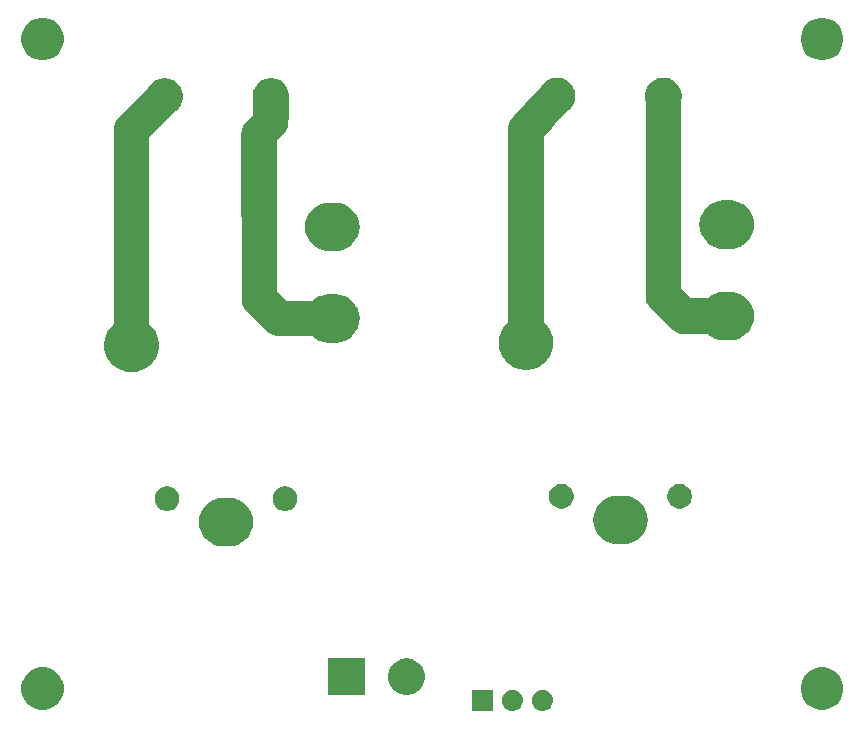
<source format=gbs>
G04 #@! TF.GenerationSoftware,KiCad,Pcbnew,(5.0.1)-3*
G04 #@! TF.CreationDate,2022-08-31T13:01:13+05:45*
G04 #@! TF.ProjectId,Relay-board,52656C61792D626F6172642E6B696361,rev?*
G04 #@! TF.SameCoordinates,Original*
G04 #@! TF.FileFunction,Soldermask,Bot*
G04 #@! TF.FilePolarity,Negative*
%FSLAX46Y46*%
G04 Gerber Fmt 4.6, Leading zero omitted, Abs format (unit mm)*
G04 Created by KiCad (PCBNEW (5.0.1)-3) date 8/31/2022 1:01:13 PM*
%MOMM*%
%LPD*%
G01*
G04 APERTURE LIST*
%ADD10C,0.100000*%
G04 APERTURE END LIST*
D10*
G36*
X154440442Y-98105518D02*
X154506627Y-98112037D01*
X154619853Y-98146384D01*
X154676467Y-98163557D01*
X154815087Y-98237652D01*
X154832991Y-98247222D01*
X154868729Y-98276552D01*
X154970186Y-98359814D01*
X155053448Y-98461271D01*
X155082778Y-98497009D01*
X155082779Y-98497011D01*
X155166443Y-98653533D01*
X155166443Y-98653534D01*
X155217963Y-98823373D01*
X155235359Y-99000000D01*
X155217963Y-99176627D01*
X155183616Y-99289853D01*
X155166443Y-99346467D01*
X155092348Y-99485087D01*
X155082778Y-99502991D01*
X155053448Y-99538729D01*
X154970186Y-99640186D01*
X154868729Y-99723448D01*
X154832991Y-99752778D01*
X154832989Y-99752779D01*
X154676467Y-99836443D01*
X154619853Y-99853616D01*
X154506627Y-99887963D01*
X154440443Y-99894481D01*
X154374260Y-99901000D01*
X154285740Y-99901000D01*
X154219557Y-99894481D01*
X154153373Y-99887963D01*
X154040147Y-99853616D01*
X153983533Y-99836443D01*
X153827011Y-99752779D01*
X153827009Y-99752778D01*
X153791271Y-99723448D01*
X153689814Y-99640186D01*
X153606552Y-99538729D01*
X153577222Y-99502991D01*
X153567652Y-99485087D01*
X153493557Y-99346467D01*
X153476384Y-99289853D01*
X153442037Y-99176627D01*
X153424641Y-99000000D01*
X153442037Y-98823373D01*
X153493557Y-98653534D01*
X153493557Y-98653533D01*
X153577221Y-98497011D01*
X153577222Y-98497009D01*
X153606552Y-98461271D01*
X153689814Y-98359814D01*
X153791271Y-98276552D01*
X153827009Y-98247222D01*
X153844913Y-98237652D01*
X153983533Y-98163557D01*
X154040147Y-98146384D01*
X154153373Y-98112037D01*
X154219558Y-98105518D01*
X154285740Y-98099000D01*
X154374260Y-98099000D01*
X154440442Y-98105518D01*
X154440442Y-98105518D01*
G37*
G36*
X150151000Y-99901000D02*
X148349000Y-99901000D01*
X148349000Y-98099000D01*
X150151000Y-98099000D01*
X150151000Y-99901000D01*
X150151000Y-99901000D01*
G37*
G36*
X151900442Y-98105518D02*
X151966627Y-98112037D01*
X152079853Y-98146384D01*
X152136467Y-98163557D01*
X152275087Y-98237652D01*
X152292991Y-98247222D01*
X152328729Y-98276552D01*
X152430186Y-98359814D01*
X152513448Y-98461271D01*
X152542778Y-98497009D01*
X152542779Y-98497011D01*
X152626443Y-98653533D01*
X152626443Y-98653534D01*
X152677963Y-98823373D01*
X152695359Y-99000000D01*
X152677963Y-99176627D01*
X152643616Y-99289853D01*
X152626443Y-99346467D01*
X152552348Y-99485087D01*
X152542778Y-99502991D01*
X152513448Y-99538729D01*
X152430186Y-99640186D01*
X152328729Y-99723448D01*
X152292991Y-99752778D01*
X152292989Y-99752779D01*
X152136467Y-99836443D01*
X152079853Y-99853616D01*
X151966627Y-99887963D01*
X151900443Y-99894481D01*
X151834260Y-99901000D01*
X151745740Y-99901000D01*
X151679557Y-99894481D01*
X151613373Y-99887963D01*
X151500147Y-99853616D01*
X151443533Y-99836443D01*
X151287011Y-99752779D01*
X151287009Y-99752778D01*
X151251271Y-99723448D01*
X151149814Y-99640186D01*
X151066552Y-99538729D01*
X151037222Y-99502991D01*
X151027652Y-99485087D01*
X150953557Y-99346467D01*
X150936384Y-99289853D01*
X150902037Y-99176627D01*
X150884641Y-99000000D01*
X150902037Y-98823373D01*
X150953557Y-98653534D01*
X150953557Y-98653533D01*
X151037221Y-98497011D01*
X151037222Y-98497009D01*
X151066552Y-98461271D01*
X151149814Y-98359814D01*
X151251271Y-98276552D01*
X151287009Y-98247222D01*
X151304913Y-98237652D01*
X151443533Y-98163557D01*
X151500147Y-98146384D01*
X151613373Y-98112037D01*
X151679558Y-98105518D01*
X151745740Y-98099000D01*
X151834260Y-98099000D01*
X151900442Y-98105518D01*
X151900442Y-98105518D01*
G37*
G36*
X112525331Y-96268211D02*
X112853092Y-96403974D01*
X113148073Y-96601074D01*
X113398926Y-96851927D01*
X113596026Y-97146908D01*
X113731789Y-97474669D01*
X113801000Y-97822616D01*
X113801000Y-98177384D01*
X113731789Y-98525331D01*
X113596026Y-98853092D01*
X113398926Y-99148073D01*
X113148073Y-99398926D01*
X112853092Y-99596026D01*
X112525331Y-99731789D01*
X112177384Y-99801000D01*
X111822616Y-99801000D01*
X111474669Y-99731789D01*
X111146908Y-99596026D01*
X110851927Y-99398926D01*
X110601074Y-99148073D01*
X110403974Y-98853092D01*
X110268211Y-98525331D01*
X110199000Y-98177384D01*
X110199000Y-97822616D01*
X110268211Y-97474669D01*
X110403974Y-97146908D01*
X110601074Y-96851927D01*
X110851927Y-96601074D01*
X111146908Y-96403974D01*
X111474669Y-96268211D01*
X111822616Y-96199000D01*
X112177384Y-96199000D01*
X112525331Y-96268211D01*
X112525331Y-96268211D01*
G37*
G36*
X178525331Y-96268211D02*
X178853092Y-96403974D01*
X179148073Y-96601074D01*
X179398926Y-96851927D01*
X179596026Y-97146908D01*
X179731789Y-97474669D01*
X179801000Y-97822616D01*
X179801000Y-98177384D01*
X179731789Y-98525331D01*
X179596026Y-98853092D01*
X179398926Y-99148073D01*
X179148073Y-99398926D01*
X178853092Y-99596026D01*
X178525331Y-99731789D01*
X178177384Y-99801000D01*
X177822616Y-99801000D01*
X177474669Y-99731789D01*
X177146908Y-99596026D01*
X176851927Y-99398926D01*
X176601074Y-99148073D01*
X176403974Y-98853092D01*
X176268211Y-98525331D01*
X176199000Y-98177384D01*
X176199000Y-97822616D01*
X176268211Y-97474669D01*
X176403974Y-97146908D01*
X176601074Y-96851927D01*
X176851927Y-96601074D01*
X177146908Y-96403974D01*
X177474669Y-96268211D01*
X177822616Y-96199000D01*
X178177384Y-96199000D01*
X178525331Y-96268211D01*
X178525331Y-96268211D01*
G37*
G36*
X143182527Y-95488736D02*
X143282410Y-95508604D01*
X143564674Y-95625521D01*
X143818705Y-95795259D01*
X144034741Y-96011295D01*
X144204479Y-96265326D01*
X144321396Y-96547590D01*
X144381000Y-96847240D01*
X144381000Y-97152760D01*
X144321396Y-97452410D01*
X144204479Y-97734674D01*
X144034741Y-97988705D01*
X143818705Y-98204741D01*
X143564674Y-98374479D01*
X143282410Y-98491396D01*
X143254181Y-98497011D01*
X142982762Y-98551000D01*
X142677238Y-98551000D01*
X142405819Y-98497011D01*
X142377590Y-98491396D01*
X142095326Y-98374479D01*
X141841295Y-98204741D01*
X141625259Y-97988705D01*
X141455521Y-97734674D01*
X141338604Y-97452410D01*
X141279000Y-97152760D01*
X141279000Y-96847240D01*
X141338604Y-96547590D01*
X141455521Y-96265326D01*
X141625259Y-96011295D01*
X141841295Y-95795259D01*
X142095326Y-95625521D01*
X142377590Y-95508604D01*
X142477473Y-95488736D01*
X142677238Y-95449000D01*
X142982762Y-95449000D01*
X143182527Y-95488736D01*
X143182527Y-95488736D01*
G37*
G36*
X139301000Y-98551000D02*
X136199000Y-98551000D01*
X136199000Y-95449000D01*
X139301000Y-95449000D01*
X139301000Y-98551000D01*
X139301000Y-98551000D01*
G37*
G36*
X127951013Y-81864935D02*
X128192066Y-81888677D01*
X128578681Y-82005955D01*
X128641344Y-82039449D01*
X128934988Y-82196404D01*
X129247293Y-82452707D01*
X129503596Y-82765012D01*
X129660551Y-83058656D01*
X129694045Y-83121319D01*
X129811323Y-83507934D01*
X129850923Y-83910000D01*
X129811323Y-84312066D01*
X129694045Y-84698681D01*
X129694042Y-84698686D01*
X129503596Y-85054988D01*
X129247293Y-85367293D01*
X128934988Y-85623596D01*
X128641344Y-85780551D01*
X128578681Y-85814045D01*
X128192066Y-85931323D01*
X127951013Y-85955065D01*
X127890751Y-85961000D01*
X127189249Y-85961000D01*
X127128987Y-85955065D01*
X126887934Y-85931323D01*
X126501319Y-85814045D01*
X126438656Y-85780551D01*
X126145012Y-85623596D01*
X125832707Y-85367293D01*
X125576404Y-85054988D01*
X125385958Y-84698686D01*
X125385955Y-84698681D01*
X125268677Y-84312066D01*
X125229077Y-83910000D01*
X125268677Y-83507934D01*
X125385955Y-83121319D01*
X125419449Y-83058656D01*
X125576404Y-82765012D01*
X125832707Y-82452707D01*
X126145012Y-82196404D01*
X126438656Y-82039449D01*
X126501319Y-82005955D01*
X126887934Y-81888677D01*
X127128987Y-81864935D01*
X127189249Y-81859000D01*
X127890751Y-81859000D01*
X127951013Y-81864935D01*
X127951013Y-81864935D01*
G37*
G36*
X161351013Y-81674935D02*
X161592066Y-81698677D01*
X161978681Y-81815955D01*
X162041344Y-81849449D01*
X162334988Y-82006404D01*
X162647293Y-82262707D01*
X162903596Y-82575012D01*
X163045974Y-82841384D01*
X163094045Y-82931319D01*
X163211323Y-83317934D01*
X163250923Y-83720000D01*
X163211323Y-84122066D01*
X163094045Y-84508681D01*
X163094042Y-84508686D01*
X162903596Y-84864988D01*
X162647293Y-85177293D01*
X162334988Y-85433596D01*
X162041344Y-85590551D01*
X161978681Y-85624045D01*
X161592066Y-85741323D01*
X161351013Y-85765065D01*
X161290751Y-85771000D01*
X160589249Y-85771000D01*
X160528987Y-85765065D01*
X160287934Y-85741323D01*
X159901319Y-85624045D01*
X159838656Y-85590551D01*
X159545012Y-85433596D01*
X159232707Y-85177293D01*
X158976404Y-84864988D01*
X158785958Y-84508686D01*
X158785955Y-84508681D01*
X158668677Y-84122066D01*
X158629077Y-83720000D01*
X158668677Y-83317934D01*
X158785955Y-82931319D01*
X158834026Y-82841384D01*
X158976404Y-82575012D01*
X159232707Y-82262707D01*
X159545012Y-82006404D01*
X159838656Y-81849449D01*
X159901319Y-81815955D01*
X160287934Y-81698677D01*
X160528987Y-81674935D01*
X160589249Y-81669000D01*
X161290751Y-81669000D01*
X161351013Y-81674935D01*
X161351013Y-81674935D01*
G37*
G36*
X132846565Y-80899389D02*
X133037834Y-80978615D01*
X133209976Y-81093637D01*
X133356363Y-81240024D01*
X133471385Y-81412166D01*
X133550611Y-81603435D01*
X133591000Y-81806484D01*
X133591000Y-82013516D01*
X133550611Y-82216565D01*
X133471385Y-82407834D01*
X133356363Y-82579976D01*
X133209976Y-82726363D01*
X133037834Y-82841385D01*
X132846565Y-82920611D01*
X132643516Y-82961000D01*
X132436484Y-82961000D01*
X132233435Y-82920611D01*
X132042166Y-82841385D01*
X131870024Y-82726363D01*
X131723637Y-82579976D01*
X131608615Y-82407834D01*
X131529389Y-82216565D01*
X131489000Y-82013516D01*
X131489000Y-81806484D01*
X131529389Y-81603435D01*
X131608615Y-81412166D01*
X131723637Y-81240024D01*
X131870024Y-81093637D01*
X132042166Y-80978615D01*
X132233435Y-80899389D01*
X132436484Y-80859000D01*
X132643516Y-80859000D01*
X132846565Y-80899389D01*
X132846565Y-80899389D01*
G37*
G36*
X122846565Y-80899389D02*
X123037834Y-80978615D01*
X123209976Y-81093637D01*
X123356363Y-81240024D01*
X123471385Y-81412166D01*
X123550611Y-81603435D01*
X123591000Y-81806484D01*
X123591000Y-82013516D01*
X123550611Y-82216565D01*
X123471385Y-82407834D01*
X123356363Y-82579976D01*
X123209976Y-82726363D01*
X123037834Y-82841385D01*
X122846565Y-82920611D01*
X122643516Y-82961000D01*
X122436484Y-82961000D01*
X122233435Y-82920611D01*
X122042166Y-82841385D01*
X121870024Y-82726363D01*
X121723637Y-82579976D01*
X121608615Y-82407834D01*
X121529389Y-82216565D01*
X121489000Y-82013516D01*
X121489000Y-81806484D01*
X121529389Y-81603435D01*
X121608615Y-81412166D01*
X121723637Y-81240024D01*
X121870024Y-81093637D01*
X122042166Y-80978615D01*
X122233435Y-80899389D01*
X122436484Y-80859000D01*
X122643516Y-80859000D01*
X122846565Y-80899389D01*
X122846565Y-80899389D01*
G37*
G36*
X156246565Y-80709389D02*
X156437834Y-80788615D01*
X156609976Y-80903637D01*
X156756363Y-81050024D01*
X156871385Y-81222166D01*
X156950611Y-81413435D01*
X156991000Y-81616484D01*
X156991000Y-81823516D01*
X156950611Y-82026565D01*
X156871385Y-82217834D01*
X156756363Y-82389976D01*
X156609976Y-82536363D01*
X156437834Y-82651385D01*
X156246565Y-82730611D01*
X156043516Y-82771000D01*
X155836484Y-82771000D01*
X155633435Y-82730611D01*
X155442166Y-82651385D01*
X155270024Y-82536363D01*
X155123637Y-82389976D01*
X155008615Y-82217834D01*
X154929389Y-82026565D01*
X154889000Y-81823516D01*
X154889000Y-81616484D01*
X154929389Y-81413435D01*
X155008615Y-81222166D01*
X155123637Y-81050024D01*
X155270024Y-80903637D01*
X155442166Y-80788615D01*
X155633435Y-80709389D01*
X155836484Y-80669000D01*
X156043516Y-80669000D01*
X156246565Y-80709389D01*
X156246565Y-80709389D01*
G37*
G36*
X166246565Y-80709389D02*
X166437834Y-80788615D01*
X166609976Y-80903637D01*
X166756363Y-81050024D01*
X166871385Y-81222166D01*
X166950611Y-81413435D01*
X166991000Y-81616484D01*
X166991000Y-81823516D01*
X166950611Y-82026565D01*
X166871385Y-82217834D01*
X166756363Y-82389976D01*
X166609976Y-82536363D01*
X166437834Y-82651385D01*
X166246565Y-82730611D01*
X166043516Y-82771000D01*
X165836484Y-82771000D01*
X165633435Y-82730611D01*
X165442166Y-82651385D01*
X165270024Y-82536363D01*
X165123637Y-82389976D01*
X165008615Y-82217834D01*
X164929389Y-82026565D01*
X164889000Y-81823516D01*
X164889000Y-81616484D01*
X164929389Y-81413435D01*
X165008615Y-81222166D01*
X165123637Y-81050024D01*
X165270024Y-80903637D01*
X165442166Y-80788615D01*
X165633435Y-80709389D01*
X165836484Y-80669000D01*
X166043516Y-80669000D01*
X166246565Y-80709389D01*
X166246565Y-80709389D01*
G37*
G36*
X122692527Y-46368736D02*
X122792410Y-46388604D01*
X123074674Y-46505521D01*
X123328705Y-46675259D01*
X123544741Y-46891295D01*
X123714479Y-47145326D01*
X123831396Y-47427590D01*
X123831396Y-47427591D01*
X123879066Y-47667240D01*
X123891000Y-47727240D01*
X123891000Y-48032760D01*
X123831396Y-48332410D01*
X123714479Y-48614674D01*
X123544741Y-48868705D01*
X123328705Y-49084741D01*
X123074674Y-49254479D01*
X123052651Y-49263601D01*
X123031046Y-49275149D01*
X123011285Y-49291520D01*
X121480860Y-50850822D01*
X121075821Y-51263503D01*
X121060454Y-51282589D01*
X121049105Y-51304307D01*
X121042211Y-51327822D01*
X121040032Y-51351139D01*
X121049783Y-67050000D01*
X121049822Y-67114018D01*
X121052239Y-67138402D01*
X121059367Y-67161847D01*
X121070931Y-67183451D01*
X121086434Y-67202328D01*
X121327304Y-67443198D01*
X121579120Y-67820068D01*
X121729698Y-68183596D01*
X121752574Y-68238824D01*
X121803207Y-68493370D01*
X121841000Y-68683371D01*
X121841000Y-69136629D01*
X121752574Y-69581177D01*
X121579120Y-69999932D01*
X121327304Y-70376802D01*
X121006802Y-70697304D01*
X120629932Y-70949120D01*
X120211177Y-71122574D01*
X119988903Y-71166787D01*
X119766630Y-71211000D01*
X119313370Y-71211000D01*
X119091097Y-71166787D01*
X118868823Y-71122574D01*
X118450068Y-70949120D01*
X118073198Y-70697304D01*
X117752696Y-70376802D01*
X117500880Y-69999932D01*
X117327426Y-69581177D01*
X117239000Y-69136629D01*
X117239000Y-68683371D01*
X117276794Y-68493370D01*
X117327426Y-68238824D01*
X117350302Y-68183596D01*
X117500880Y-67820068D01*
X117752696Y-67443198D01*
X117986095Y-67209799D01*
X118001641Y-67190857D01*
X118013192Y-67169246D01*
X118020305Y-67145797D01*
X118022646Y-67125315D01*
X118039939Y-66571952D01*
X118040000Y-66568048D01*
X118040000Y-50520000D01*
X118157450Y-50128499D01*
X118216033Y-49933222D01*
X118216034Y-49933220D01*
X118220000Y-49920000D01*
X118570000Y-49530000D01*
X119503563Y-48600000D01*
X120960120Y-47149002D01*
X120975828Y-47129901D01*
X121135259Y-46891295D01*
X121351295Y-46675259D01*
X121605326Y-46505521D01*
X121887590Y-46388604D01*
X121987473Y-46368736D01*
X122187238Y-46329000D01*
X122492762Y-46329000D01*
X122692527Y-46368736D01*
X122692527Y-46368736D01*
G37*
G36*
X155912527Y-46308736D02*
X156012410Y-46328604D01*
X156294674Y-46445521D01*
X156548705Y-46615259D01*
X156764741Y-46831295D01*
X156934479Y-47085326D01*
X156960854Y-47149002D01*
X157051396Y-47367591D01*
X157111000Y-47667238D01*
X157111000Y-47972762D01*
X157099065Y-48032761D01*
X157051396Y-48272410D01*
X156934479Y-48554674D01*
X156764741Y-48808705D01*
X156548705Y-49024741D01*
X156337594Y-49165801D01*
X156318659Y-49181341D01*
X155470866Y-50029134D01*
X155455320Y-50048076D01*
X155440670Y-50077990D01*
X155430000Y-50110000D01*
X155360000Y-50230000D01*
X155300000Y-50330000D01*
X155297683Y-50332979D01*
X155183334Y-50480000D01*
X155160000Y-50510000D01*
X155060000Y-50610000D01*
X155059436Y-50610537D01*
X155059430Y-50610543D01*
X154851653Y-50808426D01*
X154848413Y-50811626D01*
X154475553Y-51193580D01*
X154460237Y-51212708D01*
X154448947Y-51234456D01*
X154442117Y-51257989D01*
X154440000Y-51280897D01*
X154440000Y-66914118D01*
X154442402Y-66938504D01*
X154449515Y-66961953D01*
X154461066Y-66983564D01*
X154476612Y-67002506D01*
X154727304Y-67253198D01*
X154979120Y-67630068D01*
X155152574Y-68048823D01*
X155196787Y-68271097D01*
X155241000Y-68493370D01*
X155241000Y-68946630D01*
X155196787Y-69168903D01*
X155152574Y-69391177D01*
X154979120Y-69809932D01*
X154727304Y-70186802D01*
X154406802Y-70507304D01*
X154029932Y-70759120D01*
X153611177Y-70932574D01*
X153388903Y-70976787D01*
X153166630Y-71021000D01*
X152713370Y-71021000D01*
X152491097Y-70976787D01*
X152268823Y-70932574D01*
X151850068Y-70759120D01*
X151473198Y-70507304D01*
X151152696Y-70186802D01*
X150900880Y-69809932D01*
X150727426Y-69391177D01*
X150683213Y-69168903D01*
X150639000Y-68946630D01*
X150639000Y-68493370D01*
X150683213Y-68271097D01*
X150727426Y-68048823D01*
X150900880Y-67630068D01*
X151152696Y-67253198D01*
X151403388Y-67002506D01*
X151418934Y-66983564D01*
X151430485Y-66961953D01*
X151437598Y-66938504D01*
X151440000Y-66914118D01*
X151440000Y-50850000D01*
X151450000Y-50480000D01*
X151490000Y-50240000D01*
X151493338Y-50230321D01*
X151587493Y-49957270D01*
X151587493Y-49957269D01*
X151590000Y-49950000D01*
X151616265Y-49909727D01*
X151737351Y-49724061D01*
X151737354Y-49724057D01*
X151740000Y-49720000D01*
X151920000Y-49520000D01*
X152294933Y-49140000D01*
X152647237Y-48782935D01*
X152668551Y-48753966D01*
X152817284Y-48475092D01*
X152817285Y-48475090D01*
X152820000Y-48470000D01*
X152823600Y-48465500D01*
X152823604Y-48465494D01*
X152937775Y-48322781D01*
X152937777Y-48322779D01*
X152940000Y-48320000D01*
X152958661Y-48301465D01*
X154181466Y-47086922D01*
X154197307Y-47067687D01*
X154355259Y-46831295D01*
X154571295Y-46615259D01*
X154825326Y-46445521D01*
X155107590Y-46328604D01*
X155207473Y-46308736D01*
X155407238Y-46269000D01*
X155712762Y-46269000D01*
X155912527Y-46308736D01*
X155912527Y-46308736D01*
G37*
G36*
X131692527Y-46368736D02*
X131792410Y-46388604D01*
X132074674Y-46505521D01*
X132328705Y-46675259D01*
X132544741Y-46891295D01*
X132714479Y-47145326D01*
X132831396Y-47427590D01*
X132831396Y-47427591D01*
X132891000Y-47727238D01*
X132891000Y-48032762D01*
X132842402Y-48277079D01*
X132840000Y-48301465D01*
X132840000Y-49690000D01*
X132830000Y-50130000D01*
X132829892Y-50131510D01*
X132822884Y-50229633D01*
X132820000Y-50270000D01*
X132760000Y-50470000D01*
X132710000Y-50610000D01*
X132620000Y-50780000D01*
X132617587Y-50783379D01*
X132617584Y-50783383D01*
X132570000Y-50850000D01*
X132470000Y-50990000D01*
X131886612Y-51573388D01*
X131871066Y-51592330D01*
X131859515Y-51613941D01*
X131852402Y-51637390D01*
X131850000Y-51661776D01*
X131850000Y-64308224D01*
X131852402Y-64332610D01*
X131859515Y-64356059D01*
X131871066Y-64377670D01*
X131886612Y-64396612D01*
X132613388Y-65123388D01*
X132632330Y-65138934D01*
X132653941Y-65150485D01*
X132677390Y-65157598D01*
X132701776Y-65160000D01*
X134840020Y-65160000D01*
X134864406Y-65157598D01*
X134887855Y-65150485D01*
X134909466Y-65138934D01*
X134919319Y-65131626D01*
X135145012Y-64946404D01*
X135438656Y-64789449D01*
X135501319Y-64755955D01*
X135887934Y-64638677D01*
X136128987Y-64614935D01*
X136189249Y-64609000D01*
X136890751Y-64609000D01*
X136951013Y-64614935D01*
X137192066Y-64638677D01*
X137578681Y-64755955D01*
X137641344Y-64789449D01*
X137934988Y-64946404D01*
X138247293Y-65202707D01*
X138503596Y-65515012D01*
X138592488Y-65681319D01*
X138694045Y-65871319D01*
X138811323Y-66257934D01*
X138850923Y-66660000D01*
X138811323Y-67062066D01*
X138694045Y-67448681D01*
X138694042Y-67448686D01*
X138503596Y-67804988D01*
X138247293Y-68117293D01*
X137934988Y-68373596D01*
X137641344Y-68530551D01*
X137578681Y-68564045D01*
X137192066Y-68681323D01*
X136951013Y-68705065D01*
X136890751Y-68711000D01*
X136189249Y-68711000D01*
X136128987Y-68705065D01*
X135887934Y-68681323D01*
X135501319Y-68564045D01*
X135438656Y-68530551D01*
X135145012Y-68373596D01*
X134919319Y-68188374D01*
X134898945Y-68174760D01*
X134876306Y-68165382D01*
X134852272Y-68160602D01*
X134840020Y-68160000D01*
X132430000Y-68160000D01*
X132429544Y-68159992D01*
X132429492Y-68159992D01*
X132139027Y-68155150D01*
X131830000Y-68150000D01*
X131340000Y-68010000D01*
X131040000Y-67770000D01*
X129090000Y-65810000D01*
X128928000Y-65450000D01*
X128913751Y-65418336D01*
X128913751Y-65418335D01*
X128910000Y-65410000D01*
X128860000Y-65030000D01*
X128859884Y-64948934D01*
X128840003Y-51092210D01*
X128840003Y-51092205D01*
X128840000Y-51090000D01*
X128870000Y-50660000D01*
X129030000Y-50230000D01*
X129137770Y-50115578D01*
X129299791Y-49943555D01*
X129806351Y-49405726D01*
X129821319Y-49386331D01*
X129832219Y-49364384D01*
X129838627Y-49340732D01*
X129840351Y-49320919D01*
X129840826Y-49254480D01*
X129847362Y-48339379D01*
X129844964Y-48314109D01*
X129789000Y-48032760D01*
X129789000Y-47727240D01*
X129800935Y-47667240D01*
X129848604Y-47427591D01*
X129848604Y-47427590D01*
X129965521Y-47145326D01*
X130135259Y-46891295D01*
X130351295Y-46675259D01*
X130605326Y-46505521D01*
X130887590Y-46388604D01*
X130987473Y-46368736D01*
X131187238Y-46329000D01*
X131492762Y-46329000D01*
X131692527Y-46368736D01*
X131692527Y-46368736D01*
G37*
G36*
X164912527Y-46308736D02*
X165012410Y-46328604D01*
X165294674Y-46445521D01*
X165548705Y-46615259D01*
X165764741Y-46831295D01*
X165934479Y-47085326D01*
X165960854Y-47149002D01*
X166051396Y-47367591D01*
X166111000Y-47667238D01*
X166111000Y-47972762D01*
X166052601Y-48266353D01*
X166050199Y-48290816D01*
X166059968Y-64058269D01*
X166062385Y-64082654D01*
X166069513Y-64106099D01*
X166081077Y-64127703D01*
X166096580Y-64146580D01*
X166883388Y-64933388D01*
X166902330Y-64948934D01*
X166923941Y-64960485D01*
X166947390Y-64967598D01*
X166971776Y-64970000D01*
X168240020Y-64970000D01*
X168264406Y-64967598D01*
X168287855Y-64960485D01*
X168309466Y-64948934D01*
X168319319Y-64941626D01*
X168545012Y-64756404D01*
X168858441Y-64588874D01*
X168901319Y-64565955D01*
X169287934Y-64448677D01*
X169528987Y-64424935D01*
X169589249Y-64419000D01*
X170290751Y-64419000D01*
X170351013Y-64424935D01*
X170592066Y-64448677D01*
X170978681Y-64565955D01*
X171021559Y-64588874D01*
X171334988Y-64756404D01*
X171647293Y-65012707D01*
X171903596Y-65325012D01*
X172060551Y-65618656D01*
X172094045Y-65681319D01*
X172211323Y-66067934D01*
X172250923Y-66470000D01*
X172211323Y-66872066D01*
X172094045Y-67258681D01*
X172094042Y-67258686D01*
X171903596Y-67614988D01*
X171647293Y-67927293D01*
X171334988Y-68183596D01*
X171041344Y-68340551D01*
X170978681Y-68374045D01*
X170592066Y-68491323D01*
X170351013Y-68515065D01*
X170290751Y-68521000D01*
X169589249Y-68521000D01*
X169528987Y-68515065D01*
X169287934Y-68491323D01*
X168901319Y-68374045D01*
X168838656Y-68340551D01*
X168545012Y-68183596D01*
X168319319Y-67998374D01*
X168298945Y-67984760D01*
X168276306Y-67975382D01*
X168252272Y-67970602D01*
X168240020Y-67970000D01*
X166280000Y-67970000D01*
X166010000Y-67950000D01*
X165620000Y-67810000D01*
X165400000Y-67680000D01*
X165030000Y-67320000D01*
X165029829Y-67319831D01*
X165029787Y-67319789D01*
X163561627Y-65861616D01*
X163561626Y-65861615D01*
X163560000Y-65860000D01*
X163360000Y-65630000D01*
X163357785Y-65626678D01*
X163357780Y-65626671D01*
X163243176Y-65454764D01*
X163240000Y-65450000D01*
X163226430Y-65418336D01*
X163122955Y-65176895D01*
X163120000Y-65170000D01*
X163070000Y-64870000D01*
X163060000Y-64590000D01*
X163060000Y-48241465D01*
X163057598Y-48217079D01*
X163009000Y-47972762D01*
X163009000Y-47667238D01*
X163068604Y-47367591D01*
X163159146Y-47149002D01*
X163185521Y-47085326D01*
X163355259Y-46831295D01*
X163571295Y-46615259D01*
X163825326Y-46445521D01*
X164107590Y-46328604D01*
X164207473Y-46308736D01*
X164407238Y-46269000D01*
X164712762Y-46269000D01*
X164912527Y-46308736D01*
X164912527Y-46308736D01*
G37*
G36*
X136951013Y-56864935D02*
X137192066Y-56888677D01*
X137578681Y-57005955D01*
X137641344Y-57039449D01*
X137934988Y-57196404D01*
X138247293Y-57452707D01*
X138503596Y-57765012D01*
X138592488Y-57931319D01*
X138694045Y-58121319D01*
X138811323Y-58507934D01*
X138850923Y-58910000D01*
X138811323Y-59312066D01*
X138694045Y-59698681D01*
X138694042Y-59698686D01*
X138503596Y-60054988D01*
X138247293Y-60367293D01*
X137934988Y-60623596D01*
X137641344Y-60780551D01*
X137578681Y-60814045D01*
X137192066Y-60931323D01*
X136951013Y-60955065D01*
X136890751Y-60961000D01*
X136189249Y-60961000D01*
X136128987Y-60955065D01*
X135887934Y-60931323D01*
X135501319Y-60814045D01*
X135438656Y-60780551D01*
X135145012Y-60623596D01*
X134832707Y-60367293D01*
X134576404Y-60054988D01*
X134385958Y-59698686D01*
X134385955Y-59698681D01*
X134268677Y-59312066D01*
X134229077Y-58910000D01*
X134268677Y-58507934D01*
X134385955Y-58121319D01*
X134487512Y-57931319D01*
X134576404Y-57765012D01*
X134832707Y-57452707D01*
X135145012Y-57196404D01*
X135438656Y-57039449D01*
X135501319Y-57005955D01*
X135887934Y-56888677D01*
X136128987Y-56864935D01*
X136189249Y-56859000D01*
X136890751Y-56859000D01*
X136951013Y-56864935D01*
X136951013Y-56864935D01*
G37*
G36*
X170351013Y-56674935D02*
X170592066Y-56698677D01*
X170978681Y-56815955D01*
X171041344Y-56849449D01*
X171334988Y-57006404D01*
X171647293Y-57262707D01*
X171903596Y-57575012D01*
X172060551Y-57868656D01*
X172094045Y-57931319D01*
X172211323Y-58317934D01*
X172250923Y-58720000D01*
X172211323Y-59122066D01*
X172094045Y-59508681D01*
X172094042Y-59508686D01*
X171903596Y-59864988D01*
X171647293Y-60177293D01*
X171334988Y-60433596D01*
X171041344Y-60590551D01*
X170978681Y-60624045D01*
X170592066Y-60741323D01*
X170351013Y-60765065D01*
X170290751Y-60771000D01*
X169589249Y-60771000D01*
X169528987Y-60765065D01*
X169287934Y-60741323D01*
X168901319Y-60624045D01*
X168838656Y-60590551D01*
X168545012Y-60433596D01*
X168232707Y-60177293D01*
X167976404Y-59864988D01*
X167785958Y-59508686D01*
X167785955Y-59508681D01*
X167668677Y-59122066D01*
X167629077Y-58720000D01*
X167668677Y-58317934D01*
X167785955Y-57931319D01*
X167819449Y-57868656D01*
X167976404Y-57575012D01*
X168232707Y-57262707D01*
X168545012Y-57006404D01*
X168838656Y-56849449D01*
X168901319Y-56815955D01*
X169287934Y-56698677D01*
X169528987Y-56674935D01*
X169589249Y-56669000D01*
X170290751Y-56669000D01*
X170351013Y-56674935D01*
X170351013Y-56674935D01*
G37*
G36*
X112525331Y-41268211D02*
X112853092Y-41403974D01*
X113148073Y-41601074D01*
X113398926Y-41851927D01*
X113596026Y-42146908D01*
X113731789Y-42474669D01*
X113801000Y-42822616D01*
X113801000Y-43177384D01*
X113731789Y-43525331D01*
X113596026Y-43853092D01*
X113398926Y-44148073D01*
X113148073Y-44398926D01*
X112853092Y-44596026D01*
X112525331Y-44731789D01*
X112177384Y-44801000D01*
X111822616Y-44801000D01*
X111474669Y-44731789D01*
X111146908Y-44596026D01*
X110851927Y-44398926D01*
X110601074Y-44148073D01*
X110403974Y-43853092D01*
X110268211Y-43525331D01*
X110199000Y-43177384D01*
X110199000Y-42822616D01*
X110268211Y-42474669D01*
X110403974Y-42146908D01*
X110601074Y-41851927D01*
X110851927Y-41601074D01*
X111146908Y-41403974D01*
X111474669Y-41268211D01*
X111822616Y-41199000D01*
X112177384Y-41199000D01*
X112525331Y-41268211D01*
X112525331Y-41268211D01*
G37*
G36*
X178525331Y-41268211D02*
X178853092Y-41403974D01*
X179148073Y-41601074D01*
X179398926Y-41851927D01*
X179596026Y-42146908D01*
X179731789Y-42474669D01*
X179801000Y-42822616D01*
X179801000Y-43177384D01*
X179731789Y-43525331D01*
X179596026Y-43853092D01*
X179398926Y-44148073D01*
X179148073Y-44398926D01*
X178853092Y-44596026D01*
X178525331Y-44731789D01*
X178177384Y-44801000D01*
X177822616Y-44801000D01*
X177474669Y-44731789D01*
X177146908Y-44596026D01*
X176851927Y-44398926D01*
X176601074Y-44148073D01*
X176403974Y-43853092D01*
X176268211Y-43525331D01*
X176199000Y-43177384D01*
X176199000Y-42822616D01*
X176268211Y-42474669D01*
X176403974Y-42146908D01*
X176601074Y-41851927D01*
X176851927Y-41601074D01*
X177146908Y-41403974D01*
X177474669Y-41268211D01*
X177822616Y-41199000D01*
X178177384Y-41199000D01*
X178525331Y-41268211D01*
X178525331Y-41268211D01*
G37*
M02*

</source>
